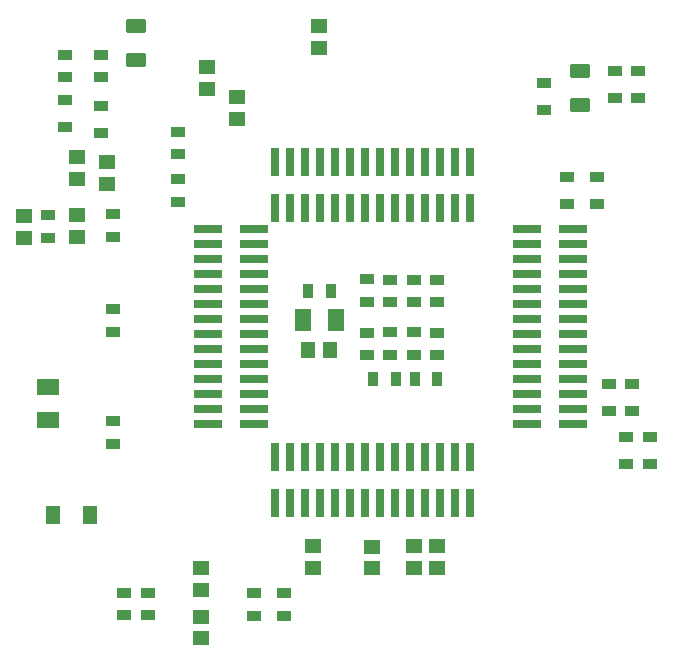
<source format=gbp>
G04*
G04 #@! TF.GenerationSoftware,Altium Limited,Altium Designer,23.11.1 (41)*
G04*
G04 Layer_Color=128*
%FSLAX44Y44*%
%MOMM*%
G71*
G04*
G04 #@! TF.SameCoordinates,6A4E213B-EB00-483D-B04E-4E1FD21C6EA7*
G04*
G04*
G04 #@! TF.FilePolarity,Positive*
G04*
G01*
G75*
%ADD17R,1.3000X0.9000*%
%ADD18R,0.9000X1.3000*%
%ADD20R,1.3500X1.1500*%
%ADD91R,1.2000X1.6000*%
%ADD92R,1.1500X1.3500*%
%ADD93R,1.4000X1.9500*%
%ADD94R,1.9500X1.4000*%
%ADD95R,0.7500X2.4000*%
%ADD96R,2.4000X0.7500*%
G04:AMPARAMS|DCode=97|XSize=1.75mm|YSize=1.25mm|CornerRadius=0.3125mm|HoleSize=0mm|Usage=FLASHONLY|Rotation=180.000|XOffset=0mm|YOffset=0mm|HoleType=Round|Shape=RoundedRectangle|*
%AMROUNDEDRECTD97*
21,1,1.7500,0.6250,0,0,180.0*
21,1,1.1250,1.2500,0,0,180.0*
1,1,0.6250,-0.5625,0.3125*
1,1,0.6250,0.5625,0.3125*
1,1,0.6250,0.5625,-0.3125*
1,1,0.6250,-0.5625,-0.3125*
%
%ADD97ROUNDEDRECTD97*%
D17*
X540000Y383500D02*
D03*
Y406500D02*
D03*
X515000Y383500D02*
D03*
Y406500D02*
D03*
X565000Y163500D02*
D03*
Y186500D02*
D03*
X570000Y208500D02*
D03*
Y231500D02*
D03*
X585000Y186500D02*
D03*
Y163500D02*
D03*
X550000Y231500D02*
D03*
Y208500D02*
D03*
X130000Y275500D02*
D03*
Y294500D02*
D03*
Y180500D02*
D03*
Y199500D02*
D03*
X385000Y256000D02*
D03*
Y275000D02*
D03*
X405000Y255500D02*
D03*
Y274500D02*
D03*
X365000Y256000D02*
D03*
Y275000D02*
D03*
X345000Y255500D02*
D03*
Y274500D02*
D03*
Y301000D02*
D03*
Y320000D02*
D03*
X405000Y300500D02*
D03*
Y319500D02*
D03*
X365000Y300500D02*
D03*
Y319500D02*
D03*
X385000Y300500D02*
D03*
Y319500D02*
D03*
X250000Y35000D02*
D03*
Y54000D02*
D03*
X275000Y35000D02*
D03*
Y54000D02*
D03*
X160000Y35500D02*
D03*
Y54500D02*
D03*
X140000Y35500D02*
D03*
Y54500D02*
D03*
X75000Y374000D02*
D03*
Y355000D02*
D03*
X130000Y356000D02*
D03*
Y375000D02*
D03*
X90000Y510000D02*
D03*
Y491000D02*
D03*
Y471500D02*
D03*
Y448500D02*
D03*
X120000Y466500D02*
D03*
Y443500D02*
D03*
Y510000D02*
D03*
Y491000D02*
D03*
X185000Y444500D02*
D03*
Y425500D02*
D03*
Y385500D02*
D03*
Y404500D02*
D03*
X555000Y473500D02*
D03*
Y496500D02*
D03*
X575000Y473500D02*
D03*
Y496500D02*
D03*
X495000Y463250D02*
D03*
Y486250D02*
D03*
D18*
X385650Y235000D02*
D03*
X404650D02*
D03*
X350650D02*
D03*
X369650D02*
D03*
X295500Y310000D02*
D03*
X314500D02*
D03*
D20*
X385000Y94250D02*
D03*
Y75750D02*
D03*
X205000Y56500D02*
D03*
Y75000D02*
D03*
Y15750D02*
D03*
Y34250D02*
D03*
X350000Y93500D02*
D03*
Y75000D02*
D03*
X300000Y94250D02*
D03*
Y75750D02*
D03*
X405000Y94250D02*
D03*
Y75750D02*
D03*
X55000Y373500D02*
D03*
Y355000D02*
D03*
X99875Y355375D02*
D03*
Y373875D02*
D03*
X210000Y480750D02*
D03*
Y499250D02*
D03*
X305000Y534250D02*
D03*
Y515750D02*
D03*
X235000Y455750D02*
D03*
Y474250D02*
D03*
X125000Y400750D02*
D03*
Y419250D02*
D03*
X100000Y405000D02*
D03*
Y423500D02*
D03*
D91*
X79500Y120000D02*
D03*
X110500D02*
D03*
D92*
X314250Y260000D02*
D03*
X295750D02*
D03*
D93*
X291000Y285000D02*
D03*
X319000D02*
D03*
D94*
X75000Y229000D02*
D03*
Y201000D02*
D03*
D95*
X432550Y130500D02*
D03*
X419850D02*
D03*
X407150D02*
D03*
X394450D02*
D03*
X381750D02*
D03*
X432550Y169500D02*
D03*
X419850D02*
D03*
X407150D02*
D03*
X394450D02*
D03*
X381750D02*
D03*
X369050Y130500D02*
D03*
X356350D02*
D03*
X369050Y169500D02*
D03*
X356350D02*
D03*
X343650Y130500D02*
D03*
Y169500D02*
D03*
X267450Y130500D02*
D03*
Y169500D02*
D03*
X280150D02*
D03*
Y130500D02*
D03*
X292850Y169500D02*
D03*
Y130500D02*
D03*
X305550Y169500D02*
D03*
Y130500D02*
D03*
X318250Y169500D02*
D03*
X330950D02*
D03*
X318250Y130500D02*
D03*
X330950D02*
D03*
X432550Y380500D02*
D03*
X419850D02*
D03*
X407150D02*
D03*
X394450D02*
D03*
X381750D02*
D03*
X432550Y419500D02*
D03*
X419850D02*
D03*
X407150D02*
D03*
X394450D02*
D03*
X381750D02*
D03*
X369050Y380500D02*
D03*
X356350D02*
D03*
X369050Y419500D02*
D03*
X356350D02*
D03*
X343650Y380500D02*
D03*
Y419500D02*
D03*
X267450Y380500D02*
D03*
Y419500D02*
D03*
X280150D02*
D03*
Y380500D02*
D03*
X292850Y419500D02*
D03*
Y380500D02*
D03*
X305550Y419500D02*
D03*
Y380500D02*
D03*
X318250Y419500D02*
D03*
X330950D02*
D03*
X318250Y380500D02*
D03*
X330950D02*
D03*
D96*
X210500Y197450D02*
D03*
Y210150D02*
D03*
Y222850D02*
D03*
Y235550D02*
D03*
Y248250D02*
D03*
X249500Y197450D02*
D03*
Y210150D02*
D03*
Y222850D02*
D03*
Y235550D02*
D03*
Y248250D02*
D03*
X210500Y260950D02*
D03*
Y273650D02*
D03*
X249500Y260950D02*
D03*
Y273650D02*
D03*
X210500Y286350D02*
D03*
X249500D02*
D03*
X210500Y362550D02*
D03*
X249500D02*
D03*
Y349850D02*
D03*
X210500D02*
D03*
X249500Y337150D02*
D03*
X210500D02*
D03*
X249500Y324450D02*
D03*
X210500D02*
D03*
X249500Y311750D02*
D03*
Y299050D02*
D03*
X210500Y311750D02*
D03*
Y299050D02*
D03*
X480500Y197450D02*
D03*
Y210150D02*
D03*
Y222850D02*
D03*
Y235550D02*
D03*
Y248250D02*
D03*
X519500Y197450D02*
D03*
Y210150D02*
D03*
Y222850D02*
D03*
Y235550D02*
D03*
Y248250D02*
D03*
X480500Y260950D02*
D03*
Y273650D02*
D03*
X519500Y260950D02*
D03*
Y273650D02*
D03*
X480500Y286350D02*
D03*
X519500D02*
D03*
X480500Y362550D02*
D03*
X519500D02*
D03*
Y349850D02*
D03*
X480500D02*
D03*
X519500Y337150D02*
D03*
X480500D02*
D03*
X519500Y324450D02*
D03*
X480500D02*
D03*
X519500Y311750D02*
D03*
Y299050D02*
D03*
X480500Y311750D02*
D03*
Y299050D02*
D03*
D97*
X150000Y505750D02*
D03*
Y534250D02*
D03*
X526000Y467750D02*
D03*
Y496250D02*
D03*
M02*

</source>
